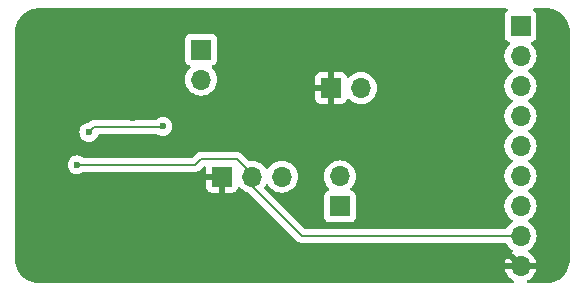
<source format=gbl>
%TF.GenerationSoftware,KiCad,Pcbnew,8.0.3*%
%TF.CreationDate,2024-06-23T18:27:21+02:00*%
%TF.ProjectId,LS018B7DH02_breakout,4c533031-3842-4374-9448-30325f627265,rev?*%
%TF.SameCoordinates,Original*%
%TF.FileFunction,Copper,L2,Bot*%
%TF.FilePolarity,Positive*%
%FSLAX46Y46*%
G04 Gerber Fmt 4.6, Leading zero omitted, Abs format (unit mm)*
G04 Created by KiCad (PCBNEW 8.0.3) date 2024-06-23 18:27:21*
%MOMM*%
%LPD*%
G01*
G04 APERTURE LIST*
%TA.AperFunction,ComponentPad*%
%ADD10R,1.700000X1.700000*%
%TD*%
%TA.AperFunction,ComponentPad*%
%ADD11O,1.700000X1.700000*%
%TD*%
%TA.AperFunction,ViaPad*%
%ADD12C,0.600000*%
%TD*%
%TA.AperFunction,Conductor*%
%ADD13C,0.500000*%
%TD*%
%TA.AperFunction,Conductor*%
%ADD14C,0.200000*%
%TD*%
G04 APERTURE END LIST*
D10*
%TO.P,J6,1,Pin_1*%
%TO.N,Net-(J1-SCS)*%
X87750000Y-85250000D03*
D11*
%TO.P,J6,2,Pin_2*%
%TO.N,Net-(J6-Pin_2)*%
X87750000Y-87790000D03*
%TD*%
D10*
%TO.P,J3,1,Pin_1*%
%TO.N,VSS*%
X89500000Y-96000000D03*
D11*
%TO.P,J3,2,Pin_2*%
%TO.N,EXTMODE_IN*%
X92040000Y-96000000D03*
%TO.P,J3,3,Pin_3*%
%TO.N,VDD*%
X94580000Y-96000000D03*
%TD*%
D10*
%TO.P,J1,1,SCLK*%
%TO.N,Net-(J1-SCLK)*%
X114789506Y-83245958D03*
D11*
%TO.P,J1,2,SI*%
%TO.N,Net-(J1-SI)*%
X114789506Y-85785958D03*
%TO.P,J1,3,SCS*%
%TO.N,Net-(J1-SCS)*%
X114789506Y-88325958D03*
%TO.P,J1,4,EXTCOMIN*%
%TO.N,EXTCOMIN_IN*%
X114789506Y-90865958D03*
%TO.P,J1,5,DISP*%
%TO.N,Net-(J1-DISP)*%
X114789506Y-93405958D03*
%TO.P,J1,6,VDDA*%
%TO.N,Net-(J1-VDDA)*%
X114789506Y-95945958D03*
%TO.P,J1,7,VDD*%
%TO.N,VDD*%
X114789506Y-98485958D03*
%TO.P,J1,8,EXTMODE*%
%TO.N,EXTMODE_IN*%
X114789506Y-101025958D03*
%TO.P,J1,9,GND*%
%TO.N,VSS*%
X114789506Y-103565958D03*
%TD*%
D10*
%TO.P,J4,1,Pin_1*%
%TO.N,VSS*%
X98750000Y-88500000D03*
D11*
%TO.P,J4,2,Pin_2*%
%TO.N,EXTCOMIN_IN*%
X101290000Y-88500000D03*
%TD*%
D10*
%TO.P,J5,1,Pin_1*%
%TO.N,VDD*%
X99500000Y-98525000D03*
D11*
%TO.P,J5,2,Pin_2*%
%TO.N,Net-(J1-VDDA)*%
X99500000Y-95985000D03*
%TD*%
D12*
%TO.N,VSS*%
X85250000Y-96000000D03*
X82000000Y-91000000D03*
X74519628Y-95136544D03*
X92250000Y-86500000D03*
X81577205Y-96577205D03*
%TO.N,EXTMODE_IN*%
X77250000Y-95000000D03*
%TO.N,EXTCOMIN_IN*%
X84500000Y-91750000D03*
X78250000Y-92250000D03*
%TD*%
D13*
%TO.N,VSS*%
X85250000Y-96000000D02*
X92000000Y-102750000D01*
X92000000Y-102750000D02*
X113973548Y-102750000D01*
X113973548Y-102750000D02*
X114789506Y-103565958D01*
D14*
%TO.N,EXTMODE_IN*%
X92040000Y-96000000D02*
X92040000Y-96790000D01*
X92040000Y-95790000D02*
X92040000Y-96000000D01*
X87250000Y-95000000D02*
X87750000Y-94500000D01*
X87750000Y-94500000D02*
X90750000Y-94500000D01*
X77250000Y-95000000D02*
X87250000Y-95000000D01*
X96250000Y-101000000D02*
X114763548Y-101000000D01*
X92040000Y-96790000D02*
X96250000Y-101000000D01*
X90750000Y-94500000D02*
X92040000Y-95790000D01*
X114763548Y-101000000D02*
X114789506Y-101025958D01*
%TO.N,EXTCOMIN_IN*%
X84422270Y-91827730D02*
X84500000Y-91750000D01*
X78250000Y-92250000D02*
X78672270Y-91827730D01*
X78672270Y-91827730D02*
X84422270Y-91827730D01*
%TD*%
%TA.AperFunction,Conductor*%
%TO.N,VSS*%
G36*
X113661043Y-81770185D02*
G01*
X113706798Y-81822989D01*
X113716742Y-81892147D01*
X113687717Y-81955703D01*
X113668315Y-81973766D01*
X113581961Y-82038410D01*
X113581958Y-82038413D01*
X113495712Y-82153622D01*
X113495708Y-82153629D01*
X113445414Y-82288475D01*
X113440866Y-82330781D01*
X113439007Y-82348081D01*
X113439006Y-82348093D01*
X113439006Y-84143828D01*
X113439007Y-84143834D01*
X113445414Y-84203441D01*
X113495708Y-84338286D01*
X113495712Y-84338293D01*
X113581958Y-84453502D01*
X113581961Y-84453505D01*
X113697170Y-84539751D01*
X113697177Y-84539755D01*
X113828587Y-84588768D01*
X113884521Y-84630639D01*
X113908938Y-84696103D01*
X113894086Y-84764376D01*
X113872936Y-84792631D01*
X113751009Y-84914558D01*
X113615471Y-85108127D01*
X113615470Y-85108129D01*
X113515604Y-85322293D01*
X113515600Y-85322302D01*
X113454444Y-85550544D01*
X113454442Y-85550554D01*
X113433847Y-85785957D01*
X113433847Y-85785958D01*
X113454442Y-86021361D01*
X113454444Y-86021371D01*
X113515600Y-86249613D01*
X113515602Y-86249617D01*
X113515603Y-86249621D01*
X113612559Y-86457544D01*
X113615471Y-86463788D01*
X113615473Y-86463792D01*
X113751007Y-86657353D01*
X113751012Y-86657360D01*
X113918103Y-86824451D01*
X113918109Y-86824456D01*
X114103664Y-86954383D01*
X114147289Y-87008960D01*
X114154483Y-87078458D01*
X114122960Y-87140813D01*
X114103664Y-87157533D01*
X113918103Y-87287463D01*
X113751011Y-87454555D01*
X113615471Y-87648127D01*
X113615470Y-87648129D01*
X113515604Y-87862293D01*
X113515600Y-87862302D01*
X113454444Y-88090544D01*
X113454442Y-88090554D01*
X113433847Y-88325957D01*
X113433847Y-88325958D01*
X113454442Y-88561361D01*
X113454444Y-88561371D01*
X113515600Y-88789613D01*
X113515602Y-88789617D01*
X113515603Y-88789621D01*
X113596933Y-88964034D01*
X113615471Y-89003788D01*
X113615473Y-89003792D01*
X113657564Y-89063903D01*
X113737339Y-89177834D01*
X113751007Y-89197353D01*
X113751012Y-89197360D01*
X113918103Y-89364451D01*
X113918109Y-89364456D01*
X114103664Y-89494383D01*
X114147289Y-89548960D01*
X114154483Y-89618458D01*
X114122960Y-89680813D01*
X114103664Y-89697533D01*
X113918103Y-89827463D01*
X113751011Y-89994555D01*
X113615471Y-90188127D01*
X113615470Y-90188129D01*
X113515604Y-90402293D01*
X113515600Y-90402302D01*
X113454444Y-90630544D01*
X113454442Y-90630554D01*
X113433847Y-90865957D01*
X113433847Y-90865958D01*
X113454442Y-91101361D01*
X113454444Y-91101371D01*
X113515600Y-91329613D01*
X113515602Y-91329617D01*
X113515603Y-91329621D01*
X113578559Y-91464630D01*
X113615471Y-91543788D01*
X113615473Y-91543792D01*
X113751007Y-91737353D01*
X113751012Y-91737360D01*
X113918103Y-91904451D01*
X113918109Y-91904456D01*
X114103664Y-92034383D01*
X114147289Y-92088960D01*
X114154483Y-92158458D01*
X114122960Y-92220813D01*
X114103664Y-92237533D01*
X113918103Y-92367463D01*
X113751011Y-92534555D01*
X113615471Y-92728127D01*
X113615470Y-92728129D01*
X113515604Y-92942293D01*
X113515600Y-92942302D01*
X113454444Y-93170544D01*
X113454442Y-93170554D01*
X113433847Y-93405957D01*
X113433847Y-93405958D01*
X113454442Y-93641361D01*
X113454444Y-93641371D01*
X113515600Y-93869613D01*
X113515602Y-93869617D01*
X113515603Y-93869621D01*
X113562112Y-93969359D01*
X113615471Y-94083788D01*
X113615473Y-94083792D01*
X113751007Y-94277353D01*
X113751012Y-94277360D01*
X113918103Y-94444451D01*
X113918109Y-94444456D01*
X114103664Y-94574383D01*
X114147289Y-94628960D01*
X114154483Y-94698458D01*
X114122960Y-94760813D01*
X114103664Y-94777533D01*
X113918103Y-94907463D01*
X113751011Y-95074555D01*
X113615471Y-95268127D01*
X113615470Y-95268129D01*
X113515604Y-95482293D01*
X113515600Y-95482302D01*
X113454444Y-95710544D01*
X113454442Y-95710554D01*
X113433847Y-95945957D01*
X113433847Y-95945958D01*
X113454442Y-96181361D01*
X113454444Y-96181371D01*
X113515600Y-96409613D01*
X113515602Y-96409617D01*
X113515603Y-96409621D01*
X113540804Y-96463664D01*
X113615471Y-96623788D01*
X113615473Y-96623792D01*
X113751007Y-96817353D01*
X113751012Y-96817360D01*
X113918103Y-96984451D01*
X113918109Y-96984456D01*
X114103664Y-97114383D01*
X114147289Y-97168960D01*
X114154483Y-97238458D01*
X114122960Y-97300813D01*
X114103664Y-97317533D01*
X113918103Y-97447463D01*
X113751011Y-97614555D01*
X113615471Y-97808127D01*
X113615470Y-97808129D01*
X113515604Y-98022293D01*
X113515600Y-98022302D01*
X113454444Y-98250544D01*
X113454442Y-98250554D01*
X113433847Y-98485957D01*
X113433847Y-98485958D01*
X113454442Y-98721361D01*
X113454444Y-98721371D01*
X113515600Y-98949613D01*
X113515602Y-98949617D01*
X113515603Y-98949621D01*
X113615471Y-99163788D01*
X113615473Y-99163792D01*
X113751007Y-99357353D01*
X113751012Y-99357360D01*
X113918103Y-99524451D01*
X113918109Y-99524456D01*
X114103664Y-99654383D01*
X114147289Y-99708960D01*
X114154483Y-99778458D01*
X114122960Y-99840813D01*
X114103664Y-99857533D01*
X113918103Y-99987463D01*
X113751011Y-100154555D01*
X113616525Y-100346623D01*
X113561948Y-100390248D01*
X113514950Y-100399500D01*
X96550097Y-100399500D01*
X96483058Y-100379815D01*
X96462416Y-100363181D01*
X93107648Y-97008413D01*
X93074163Y-96947090D01*
X93079147Y-96877398D01*
X93093754Y-96849609D01*
X93116340Y-96817353D01*
X93208426Y-96685840D01*
X93263001Y-96642217D01*
X93332499Y-96635023D01*
X93394854Y-96666546D01*
X93411574Y-96685841D01*
X93541505Y-96871401D01*
X93708599Y-97038495D01*
X93760524Y-97074853D01*
X93902165Y-97174032D01*
X93902167Y-97174033D01*
X93902170Y-97174035D01*
X94116337Y-97273903D01*
X94344592Y-97335063D01*
X94515319Y-97350000D01*
X94579999Y-97355659D01*
X94580000Y-97355659D01*
X94580001Y-97355659D01*
X94644681Y-97350000D01*
X94815408Y-97335063D01*
X95043663Y-97273903D01*
X95257830Y-97174035D01*
X95451401Y-97038495D01*
X95618495Y-96871401D01*
X95754035Y-96677830D01*
X95853903Y-96463663D01*
X95915063Y-96235408D01*
X95935659Y-96000000D01*
X95934347Y-95984999D01*
X98144341Y-95984999D01*
X98144341Y-95985000D01*
X98164936Y-96220403D01*
X98164938Y-96220413D01*
X98226094Y-96448655D01*
X98226096Y-96448659D01*
X98226097Y-96448663D01*
X98250036Y-96500000D01*
X98325965Y-96662830D01*
X98325967Y-96662834D01*
X98342077Y-96685841D01*
X98461501Y-96856396D01*
X98461506Y-96856402D01*
X98583430Y-96978326D01*
X98616915Y-97039649D01*
X98611931Y-97109341D01*
X98570059Y-97165274D01*
X98539083Y-97182189D01*
X98407669Y-97231203D01*
X98407664Y-97231206D01*
X98292455Y-97317452D01*
X98292452Y-97317455D01*
X98206206Y-97432664D01*
X98206202Y-97432671D01*
X98155908Y-97567517D01*
X98150851Y-97614557D01*
X98149501Y-97627123D01*
X98149500Y-97627135D01*
X98149500Y-99422870D01*
X98149501Y-99422876D01*
X98155908Y-99482483D01*
X98206202Y-99617328D01*
X98206206Y-99617335D01*
X98292452Y-99732544D01*
X98292455Y-99732547D01*
X98407664Y-99818793D01*
X98407671Y-99818797D01*
X98542517Y-99869091D01*
X98542516Y-99869091D01*
X98549444Y-99869835D01*
X98602127Y-99875500D01*
X100397872Y-99875499D01*
X100457483Y-99869091D01*
X100592331Y-99818796D01*
X100707546Y-99732546D01*
X100793796Y-99617331D01*
X100844091Y-99482483D01*
X100850500Y-99422873D01*
X100850499Y-97627128D01*
X100844091Y-97567517D01*
X100799312Y-97447459D01*
X100793797Y-97432671D01*
X100793793Y-97432664D01*
X100707547Y-97317455D01*
X100707544Y-97317452D01*
X100592335Y-97231206D01*
X100592328Y-97231202D01*
X100460917Y-97182189D01*
X100404983Y-97140318D01*
X100380566Y-97074853D01*
X100395418Y-97006580D01*
X100416563Y-96978332D01*
X100538495Y-96856401D01*
X100674035Y-96662830D01*
X100773903Y-96448663D01*
X100835063Y-96220408D01*
X100855659Y-95985000D01*
X100835063Y-95749592D01*
X100776396Y-95530642D01*
X100773905Y-95521344D01*
X100773904Y-95521343D01*
X100773903Y-95521337D01*
X100674035Y-95307171D01*
X100646697Y-95268127D01*
X100538494Y-95113597D01*
X100371402Y-94946506D01*
X100371395Y-94946501D01*
X100177834Y-94810967D01*
X100177830Y-94810965D01*
X100094104Y-94771923D01*
X99963663Y-94711097D01*
X99963659Y-94711096D01*
X99963655Y-94711094D01*
X99735413Y-94649938D01*
X99735403Y-94649936D01*
X99500001Y-94629341D01*
X99499999Y-94629341D01*
X99264596Y-94649936D01*
X99264586Y-94649938D01*
X99036344Y-94711094D01*
X99036335Y-94711098D01*
X98822171Y-94810964D01*
X98822169Y-94810965D01*
X98628597Y-94946505D01*
X98461505Y-95113597D01*
X98325965Y-95307169D01*
X98325964Y-95307171D01*
X98226098Y-95521335D01*
X98226094Y-95521344D01*
X98164938Y-95749586D01*
X98164936Y-95749596D01*
X98144341Y-95984999D01*
X95934347Y-95984999D01*
X95915063Y-95764592D01*
X95853903Y-95536337D01*
X95754035Y-95322171D01*
X95748425Y-95314158D01*
X95618494Y-95128597D01*
X95451402Y-94961506D01*
X95451395Y-94961501D01*
X95257834Y-94825967D01*
X95257830Y-94825965D01*
X95225660Y-94810964D01*
X95043663Y-94726097D01*
X95043659Y-94726096D01*
X95043655Y-94726094D01*
X94815413Y-94664938D01*
X94815403Y-94664936D01*
X94580001Y-94644341D01*
X94579999Y-94644341D01*
X94344596Y-94664936D01*
X94344586Y-94664938D01*
X94116344Y-94726094D01*
X94116335Y-94726098D01*
X93902171Y-94825964D01*
X93902169Y-94825965D01*
X93708597Y-94961505D01*
X93541505Y-95128597D01*
X93411575Y-95314158D01*
X93356998Y-95357783D01*
X93287500Y-95364977D01*
X93225145Y-95333454D01*
X93208425Y-95314158D01*
X93078494Y-95128597D01*
X92911402Y-94961506D01*
X92911395Y-94961501D01*
X92717834Y-94825967D01*
X92717830Y-94825965D01*
X92685660Y-94810964D01*
X92503663Y-94726097D01*
X92503659Y-94726096D01*
X92503655Y-94726094D01*
X92275413Y-94664938D01*
X92275403Y-94664936D01*
X92040001Y-94644341D01*
X92039998Y-94644341D01*
X91825025Y-94663149D01*
X91756525Y-94649382D01*
X91726537Y-94627302D01*
X91237590Y-94138355D01*
X91237588Y-94138352D01*
X91118717Y-94019481D01*
X91118716Y-94019480D01*
X91031904Y-93969360D01*
X91031904Y-93969359D01*
X91031900Y-93969358D01*
X90981785Y-93940423D01*
X90829057Y-93899499D01*
X90670943Y-93899499D01*
X90663347Y-93899499D01*
X90663331Y-93899500D01*
X87836670Y-93899500D01*
X87836654Y-93899499D01*
X87829058Y-93899499D01*
X87670943Y-93899499D01*
X87594579Y-93919961D01*
X87518214Y-93940423D01*
X87518209Y-93940426D01*
X87381290Y-94019475D01*
X87381282Y-94019481D01*
X87037584Y-94363181D01*
X86976261Y-94396666D01*
X86949903Y-94399500D01*
X77832412Y-94399500D01*
X77765373Y-94379815D01*
X77755097Y-94372445D01*
X77752263Y-94370185D01*
X77752262Y-94370184D01*
X77695496Y-94334515D01*
X77599523Y-94274211D01*
X77429254Y-94214631D01*
X77429249Y-94214630D01*
X77250004Y-94194435D01*
X77249996Y-94194435D01*
X77070750Y-94214630D01*
X77070745Y-94214631D01*
X76900476Y-94274211D01*
X76747737Y-94370184D01*
X76620184Y-94497737D01*
X76524211Y-94650476D01*
X76464631Y-94820745D01*
X76464630Y-94820750D01*
X76444435Y-94999996D01*
X76444435Y-95000003D01*
X76464630Y-95179249D01*
X76464631Y-95179254D01*
X76524211Y-95349523D01*
X76607637Y-95482293D01*
X76620184Y-95502262D01*
X76747738Y-95629816D01*
X76838080Y-95686582D01*
X76876231Y-95710554D01*
X76900478Y-95725789D01*
X77011371Y-95764592D01*
X77070745Y-95785368D01*
X77070750Y-95785369D01*
X77249996Y-95805565D01*
X77250000Y-95805565D01*
X77250004Y-95805565D01*
X77429249Y-95785369D01*
X77429252Y-95785368D01*
X77429255Y-95785368D01*
X77599522Y-95725789D01*
X77752262Y-95629816D01*
X77752267Y-95629810D01*
X77755097Y-95627555D01*
X77757275Y-95626665D01*
X77758158Y-95626111D01*
X77758255Y-95626265D01*
X77819783Y-95601145D01*
X77832412Y-95600500D01*
X87163331Y-95600500D01*
X87163347Y-95600501D01*
X87170943Y-95600501D01*
X87329054Y-95600501D01*
X87329057Y-95600501D01*
X87481785Y-95559577D01*
X87531904Y-95530639D01*
X87618716Y-95480520D01*
X87730520Y-95368716D01*
X87730521Y-95368714D01*
X87938320Y-95160915D01*
X87999642Y-95127431D01*
X88069334Y-95132415D01*
X88125267Y-95174287D01*
X88149684Y-95239751D01*
X88150000Y-95248597D01*
X88150000Y-95750000D01*
X89066988Y-95750000D01*
X89034075Y-95807007D01*
X89000000Y-95934174D01*
X89000000Y-96065826D01*
X89034075Y-96192993D01*
X89066988Y-96250000D01*
X88150000Y-96250000D01*
X88150000Y-96897844D01*
X88156401Y-96957372D01*
X88156403Y-96957379D01*
X88206645Y-97092086D01*
X88206649Y-97092093D01*
X88292809Y-97207187D01*
X88292812Y-97207190D01*
X88407906Y-97293350D01*
X88407913Y-97293354D01*
X88542620Y-97343596D01*
X88542627Y-97343598D01*
X88602155Y-97349999D01*
X88602172Y-97350000D01*
X89250000Y-97350000D01*
X89250000Y-96433012D01*
X89307007Y-96465925D01*
X89434174Y-96500000D01*
X89565826Y-96500000D01*
X89692993Y-96465925D01*
X89750000Y-96433012D01*
X89750000Y-97350000D01*
X90397828Y-97350000D01*
X90397844Y-97349999D01*
X90457372Y-97343598D01*
X90457379Y-97343596D01*
X90592086Y-97293354D01*
X90592093Y-97293350D01*
X90707187Y-97207190D01*
X90707190Y-97207187D01*
X90793350Y-97092093D01*
X90793354Y-97092086D01*
X90842422Y-96960529D01*
X90884293Y-96904595D01*
X90949757Y-96880178D01*
X91018030Y-96895030D01*
X91046285Y-96916181D01*
X91168599Y-97038495D01*
X91220524Y-97074853D01*
X91362165Y-97174032D01*
X91362167Y-97174033D01*
X91362170Y-97174035D01*
X91576337Y-97273903D01*
X91576342Y-97273904D01*
X91576346Y-97273906D01*
X91645345Y-97292393D01*
X91678564Y-97301294D01*
X91734153Y-97333388D01*
X95765139Y-101364374D01*
X95765149Y-101364385D01*
X95769479Y-101368715D01*
X95769480Y-101368716D01*
X95881284Y-101480520D01*
X95897050Y-101489622D01*
X95968095Y-101530639D01*
X95968097Y-101530641D01*
X96006151Y-101552611D01*
X96018215Y-101559577D01*
X96170943Y-101600500D01*
X96329057Y-101600500D01*
X113488311Y-101600500D01*
X113555350Y-101620185D01*
X113600691Y-101672092D01*
X113615471Y-101703788D01*
X113615474Y-101703792D01*
X113751007Y-101897353D01*
X113751012Y-101897360D01*
X113918103Y-102064451D01*
X113918109Y-102064456D01*
X114104100Y-102194688D01*
X114147725Y-102249265D01*
X114154919Y-102318763D01*
X114123396Y-102381118D01*
X114104101Y-102397838D01*
X113918428Y-102527848D01*
X113918426Y-102527849D01*
X113751397Y-102694878D01*
X113751392Y-102694884D01*
X113615906Y-102888378D01*
X113615905Y-102888380D01*
X113516076Y-103102465D01*
X113516073Y-103102471D01*
X113458870Y-103315957D01*
X113458870Y-103315958D01*
X114356494Y-103315958D01*
X114323581Y-103372965D01*
X114289506Y-103500132D01*
X114289506Y-103631784D01*
X114323581Y-103758951D01*
X114356494Y-103815958D01*
X113458870Y-103815958D01*
X113516073Y-104029444D01*
X113516076Y-104029450D01*
X113615905Y-104243536D01*
X113751400Y-104437040D01*
X113918423Y-104604063D01*
X114111927Y-104739558D01*
X114162452Y-104763118D01*
X114214891Y-104809290D01*
X114234043Y-104876484D01*
X114213827Y-104943365D01*
X114160662Y-104988700D01*
X114110047Y-104999500D01*
X74004067Y-104999500D01*
X73995957Y-104999235D01*
X73747116Y-104982925D01*
X73731035Y-104980807D01*
X73490464Y-104932954D01*
X73474797Y-104928756D01*
X73242520Y-104849909D01*
X73227534Y-104843702D01*
X73007539Y-104735212D01*
X72993492Y-104727102D01*
X72789539Y-104590825D01*
X72776671Y-104580951D01*
X72592250Y-104419218D01*
X72580781Y-104407749D01*
X72419048Y-104223328D01*
X72409174Y-104210460D01*
X72272897Y-104006507D01*
X72264787Y-103992460D01*
X72251766Y-103966057D01*
X72156294Y-103772458D01*
X72150090Y-103757479D01*
X72071243Y-103525202D01*
X72067045Y-103509535D01*
X72059186Y-103470026D01*
X72019190Y-103268953D01*
X72017075Y-103252895D01*
X72000765Y-103004043D01*
X72000500Y-102995933D01*
X72000500Y-92249996D01*
X77444435Y-92249996D01*
X77444435Y-92250003D01*
X77464630Y-92429249D01*
X77464631Y-92429254D01*
X77524211Y-92599523D01*
X77605019Y-92728127D01*
X77620184Y-92752262D01*
X77747738Y-92879816D01*
X77900478Y-92975789D01*
X78070745Y-93035368D01*
X78070750Y-93035369D01*
X78249996Y-93055565D01*
X78250000Y-93055565D01*
X78250004Y-93055565D01*
X78429249Y-93035369D01*
X78429252Y-93035368D01*
X78429255Y-93035368D01*
X78599522Y-92975789D01*
X78752262Y-92879816D01*
X78879816Y-92752262D01*
X78975789Y-92599522D01*
X79006668Y-92511274D01*
X79047388Y-92454500D01*
X79112341Y-92428752D01*
X79123709Y-92428230D01*
X84039064Y-92428230D01*
X84105036Y-92447236D01*
X84150477Y-92475789D01*
X84150481Y-92475790D01*
X84320737Y-92535366D01*
X84320743Y-92535367D01*
X84320745Y-92535368D01*
X84320746Y-92535368D01*
X84320750Y-92535369D01*
X84499996Y-92555565D01*
X84500000Y-92555565D01*
X84500004Y-92555565D01*
X84679249Y-92535369D01*
X84679252Y-92535368D01*
X84679255Y-92535368D01*
X84849522Y-92475789D01*
X85002262Y-92379816D01*
X85129816Y-92252262D01*
X85225789Y-92099522D01*
X85285368Y-91929255D01*
X85288162Y-91904456D01*
X85305565Y-91750003D01*
X85305565Y-91749996D01*
X85285369Y-91570750D01*
X85285368Y-91570745D01*
X85244810Y-91454837D01*
X85225789Y-91400478D01*
X85192318Y-91347210D01*
X85181267Y-91329621D01*
X85129816Y-91247738D01*
X85002262Y-91120184D01*
X84849523Y-91024211D01*
X84679254Y-90964631D01*
X84679249Y-90964630D01*
X84500004Y-90944435D01*
X84499996Y-90944435D01*
X84320750Y-90964630D01*
X84320745Y-90964631D01*
X84150476Y-91024211D01*
X83997737Y-91120184D01*
X83927011Y-91190911D01*
X83865688Y-91224396D01*
X83839330Y-91227230D01*
X78758939Y-91227230D01*
X78758923Y-91227229D01*
X78751327Y-91227229D01*
X78593213Y-91227229D01*
X78516674Y-91247738D01*
X78440480Y-91268154D01*
X78440479Y-91268155D01*
X78390366Y-91297089D01*
X78390365Y-91297090D01*
X78358587Y-91315436D01*
X78303551Y-91347211D01*
X78231462Y-91419299D01*
X78170139Y-91452784D01*
X78157666Y-91454837D01*
X78070750Y-91464630D01*
X77900478Y-91524210D01*
X77747737Y-91620184D01*
X77620184Y-91747737D01*
X77524211Y-91900476D01*
X77464631Y-92070745D01*
X77464630Y-92070750D01*
X77444435Y-92249996D01*
X72000500Y-92249996D01*
X72000500Y-87789999D01*
X86394341Y-87789999D01*
X86394341Y-87790000D01*
X86414936Y-88025403D01*
X86414938Y-88025413D01*
X86476094Y-88253655D01*
X86476096Y-88253659D01*
X86476097Y-88253663D01*
X86509809Y-88325958D01*
X86575965Y-88467830D01*
X86575967Y-88467834D01*
X86684281Y-88622521D01*
X86711505Y-88661401D01*
X86878599Y-88828495D01*
X86975384Y-88896265D01*
X87072165Y-88964032D01*
X87072167Y-88964033D01*
X87072170Y-88964035D01*
X87286337Y-89063903D01*
X87514592Y-89125063D01*
X87702918Y-89141539D01*
X87749999Y-89145659D01*
X87750000Y-89145659D01*
X87750001Y-89145659D01*
X87789234Y-89142226D01*
X87985408Y-89125063D01*
X88213663Y-89063903D01*
X88427830Y-88964035D01*
X88621401Y-88828495D01*
X88788495Y-88661401D01*
X88924035Y-88467830D01*
X89023903Y-88253663D01*
X89085063Y-88025408D01*
X89105659Y-87790000D01*
X89089224Y-87602155D01*
X97400000Y-87602155D01*
X97400000Y-88250000D01*
X98316988Y-88250000D01*
X98284075Y-88307007D01*
X98250000Y-88434174D01*
X98250000Y-88565826D01*
X98284075Y-88692993D01*
X98316988Y-88750000D01*
X97400000Y-88750000D01*
X97400000Y-89397844D01*
X97406401Y-89457372D01*
X97406403Y-89457379D01*
X97456645Y-89592086D01*
X97456649Y-89592093D01*
X97542809Y-89707187D01*
X97542812Y-89707190D01*
X97657906Y-89793350D01*
X97657913Y-89793354D01*
X97792620Y-89843596D01*
X97792627Y-89843598D01*
X97852155Y-89849999D01*
X97852172Y-89850000D01*
X98500000Y-89850000D01*
X98500000Y-88933012D01*
X98557007Y-88965925D01*
X98684174Y-89000000D01*
X98815826Y-89000000D01*
X98942993Y-88965925D01*
X99000000Y-88933012D01*
X99000000Y-89850000D01*
X99647828Y-89850000D01*
X99647844Y-89849999D01*
X99707372Y-89843598D01*
X99707379Y-89843596D01*
X99842086Y-89793354D01*
X99842093Y-89793350D01*
X99957187Y-89707190D01*
X99957190Y-89707187D01*
X100043350Y-89592093D01*
X100043354Y-89592086D01*
X100092422Y-89460529D01*
X100134293Y-89404595D01*
X100199757Y-89380178D01*
X100268030Y-89395030D01*
X100296285Y-89416181D01*
X100418599Y-89538495D01*
X100495135Y-89592086D01*
X100612165Y-89674032D01*
X100612167Y-89674033D01*
X100612170Y-89674035D01*
X100826337Y-89773903D01*
X101054592Y-89835063D01*
X101225319Y-89850000D01*
X101289999Y-89855659D01*
X101290000Y-89855659D01*
X101290001Y-89855659D01*
X101354681Y-89850000D01*
X101525408Y-89835063D01*
X101753663Y-89773903D01*
X101967830Y-89674035D01*
X102161401Y-89538495D01*
X102328495Y-89371401D01*
X102464035Y-89177830D01*
X102563903Y-88963663D01*
X102625063Y-88735408D01*
X102645659Y-88500000D01*
X102625063Y-88264592D01*
X102563903Y-88036337D01*
X102464035Y-87822171D01*
X102328495Y-87628599D01*
X102328494Y-87628597D01*
X102161402Y-87461506D01*
X102161395Y-87461501D01*
X101967834Y-87325967D01*
X101967830Y-87325965D01*
X101896727Y-87292809D01*
X101753663Y-87226097D01*
X101753659Y-87226096D01*
X101753655Y-87226094D01*
X101525413Y-87164938D01*
X101525403Y-87164936D01*
X101290001Y-87144341D01*
X101289999Y-87144341D01*
X101054596Y-87164936D01*
X101054586Y-87164938D01*
X100826344Y-87226094D01*
X100826335Y-87226098D01*
X100612171Y-87325964D01*
X100612169Y-87325965D01*
X100418600Y-87461503D01*
X100296284Y-87583819D01*
X100234961Y-87617303D01*
X100165269Y-87612319D01*
X100109336Y-87570447D01*
X100092421Y-87539470D01*
X100043354Y-87407913D01*
X100043350Y-87407906D01*
X99957190Y-87292812D01*
X99957187Y-87292809D01*
X99842093Y-87206649D01*
X99842086Y-87206645D01*
X99707379Y-87156403D01*
X99707372Y-87156401D01*
X99647844Y-87150000D01*
X99000000Y-87150000D01*
X99000000Y-88066988D01*
X98942993Y-88034075D01*
X98815826Y-88000000D01*
X98684174Y-88000000D01*
X98557007Y-88034075D01*
X98500000Y-88066988D01*
X98500000Y-87150000D01*
X97852155Y-87150000D01*
X97792627Y-87156401D01*
X97792620Y-87156403D01*
X97657913Y-87206645D01*
X97657906Y-87206649D01*
X97542812Y-87292809D01*
X97542809Y-87292812D01*
X97456649Y-87407906D01*
X97456645Y-87407913D01*
X97406403Y-87542620D01*
X97406401Y-87542627D01*
X97400000Y-87602155D01*
X89089224Y-87602155D01*
X89085063Y-87554592D01*
X89023903Y-87326337D01*
X88924035Y-87112171D01*
X88884674Y-87055958D01*
X88788496Y-86918600D01*
X88788495Y-86918599D01*
X88666567Y-86796671D01*
X88633084Y-86735351D01*
X88638068Y-86665659D01*
X88679939Y-86609725D01*
X88710915Y-86592810D01*
X88842331Y-86543796D01*
X88957546Y-86457546D01*
X89043796Y-86342331D01*
X89094091Y-86207483D01*
X89100500Y-86147873D01*
X89100499Y-84352128D01*
X89094091Y-84292517D01*
X89060867Y-84203440D01*
X89043797Y-84157671D01*
X89043793Y-84157664D01*
X88957547Y-84042455D01*
X88957544Y-84042452D01*
X88842335Y-83956206D01*
X88842328Y-83956202D01*
X88707482Y-83905908D01*
X88707483Y-83905908D01*
X88647883Y-83899501D01*
X88647881Y-83899500D01*
X88647873Y-83899500D01*
X88647864Y-83899500D01*
X86852129Y-83899500D01*
X86852123Y-83899501D01*
X86792516Y-83905908D01*
X86657671Y-83956202D01*
X86657664Y-83956206D01*
X86542455Y-84042452D01*
X86542452Y-84042455D01*
X86456206Y-84157664D01*
X86456202Y-84157671D01*
X86405908Y-84292517D01*
X86400987Y-84338293D01*
X86399501Y-84352123D01*
X86399500Y-84352135D01*
X86399500Y-86147870D01*
X86399501Y-86147876D01*
X86405908Y-86207483D01*
X86456202Y-86342328D01*
X86456206Y-86342335D01*
X86542452Y-86457544D01*
X86542455Y-86457547D01*
X86657664Y-86543793D01*
X86657671Y-86543797D01*
X86789081Y-86592810D01*
X86845015Y-86634681D01*
X86869432Y-86700145D01*
X86854580Y-86768418D01*
X86833430Y-86796673D01*
X86711503Y-86918600D01*
X86575965Y-87112169D01*
X86575964Y-87112171D01*
X86494226Y-87287459D01*
X86476271Y-87325965D01*
X86476098Y-87326335D01*
X86476094Y-87326344D01*
X86414938Y-87554586D01*
X86414936Y-87554596D01*
X86394341Y-87789999D01*
X72000500Y-87789999D01*
X72000500Y-83754066D01*
X72000765Y-83745956D01*
X72004819Y-83684108D01*
X72017075Y-83497102D01*
X72019190Y-83481048D01*
X72067045Y-83240462D01*
X72071243Y-83224797D01*
X72094337Y-83156762D01*
X72150093Y-82992512D01*
X72156291Y-82977547D01*
X72264790Y-82757533D01*
X72272893Y-82743498D01*
X72409182Y-82539527D01*
X72419039Y-82526681D01*
X72580786Y-82342244D01*
X72592244Y-82330786D01*
X72776681Y-82169039D01*
X72789527Y-82159182D01*
X72993498Y-82022893D01*
X73007533Y-82014790D01*
X73227547Y-81906291D01*
X73242512Y-81900093D01*
X73469653Y-81822989D01*
X73474797Y-81821243D01*
X73490464Y-81817045D01*
X73731048Y-81769190D01*
X73747102Y-81767075D01*
X73995957Y-81750765D01*
X74004067Y-81750500D01*
X74065892Y-81750500D01*
X113594004Y-81750500D01*
X113661043Y-81770185D01*
G37*
%TD.AperFunction*%
%TA.AperFunction,Conductor*%
G36*
X117004043Y-81750765D02*
G01*
X117252895Y-81767075D01*
X117268953Y-81769190D01*
X117476105Y-81810395D01*
X117509535Y-81817045D01*
X117525202Y-81821243D01*
X117694947Y-81878863D01*
X117757481Y-81900091D01*
X117772458Y-81906294D01*
X117909278Y-81973766D01*
X117992460Y-82014787D01*
X118006508Y-82022897D01*
X118210464Y-82159177D01*
X118223328Y-82169048D01*
X118407749Y-82330781D01*
X118419218Y-82342250D01*
X118580951Y-82526671D01*
X118590825Y-82539539D01*
X118727102Y-82743492D01*
X118735212Y-82757539D01*
X118843702Y-82977534D01*
X118849909Y-82992520D01*
X118928756Y-83224797D01*
X118932954Y-83240464D01*
X118980807Y-83481035D01*
X118982925Y-83497116D01*
X118999235Y-83745956D01*
X118999500Y-83754066D01*
X118999500Y-102995933D01*
X118999235Y-103004043D01*
X118982925Y-103252883D01*
X118980807Y-103268964D01*
X118932954Y-103509535D01*
X118928756Y-103525202D01*
X118849909Y-103757479D01*
X118843702Y-103772465D01*
X118735212Y-103992460D01*
X118727102Y-104006507D01*
X118590825Y-104210460D01*
X118580951Y-104223328D01*
X118419218Y-104407749D01*
X118407749Y-104419218D01*
X118223328Y-104580951D01*
X118210460Y-104590825D01*
X118006507Y-104727102D01*
X117992460Y-104735212D01*
X117772465Y-104843702D01*
X117757479Y-104849909D01*
X117525202Y-104928756D01*
X117509535Y-104932954D01*
X117268964Y-104980807D01*
X117252883Y-104982925D01*
X117004043Y-104999235D01*
X116995933Y-104999500D01*
X115468965Y-104999500D01*
X115401926Y-104979815D01*
X115356171Y-104927011D01*
X115346227Y-104857853D01*
X115375252Y-104794297D01*
X115416560Y-104763118D01*
X115467084Y-104739558D01*
X115660588Y-104604063D01*
X115827611Y-104437040D01*
X115963106Y-104243536D01*
X116062935Y-104029450D01*
X116062938Y-104029444D01*
X116120142Y-103815958D01*
X115222518Y-103815958D01*
X115255431Y-103758951D01*
X115289506Y-103631784D01*
X115289506Y-103500132D01*
X115255431Y-103372965D01*
X115222518Y-103315958D01*
X116120142Y-103315958D01*
X116120141Y-103315957D01*
X116062938Y-103102471D01*
X116062935Y-103102465D01*
X115963106Y-102888380D01*
X115963105Y-102888378D01*
X115827619Y-102694884D01*
X115827614Y-102694878D01*
X115660584Y-102527848D01*
X115474911Y-102397837D01*
X115431286Y-102343260D01*
X115424094Y-102273762D01*
X115455616Y-102211407D01*
X115474912Y-102194688D01*
X115660907Y-102064453D01*
X115828001Y-101897359D01*
X115963541Y-101703788D01*
X116063409Y-101489621D01*
X116124569Y-101261366D01*
X116145165Y-101025958D01*
X116124569Y-100790550D01*
X116063409Y-100562295D01*
X115963541Y-100348129D01*
X115962487Y-100346623D01*
X115828000Y-100154555D01*
X115660908Y-99987464D01*
X115660902Y-99987459D01*
X115475348Y-99857533D01*
X115431723Y-99802956D01*
X115424529Y-99733458D01*
X115456052Y-99671103D01*
X115475348Y-99654383D01*
X115528258Y-99617335D01*
X115660907Y-99524453D01*
X115828001Y-99357359D01*
X115963541Y-99163788D01*
X116063409Y-98949621D01*
X116124569Y-98721366D01*
X116145165Y-98485958D01*
X116124569Y-98250550D01*
X116063409Y-98022295D01*
X115963541Y-97808129D01*
X115836809Y-97627135D01*
X115828000Y-97614555D01*
X115660908Y-97447464D01*
X115660902Y-97447459D01*
X115475348Y-97317533D01*
X115431723Y-97262956D01*
X115424529Y-97193458D01*
X115456052Y-97131103D01*
X115475348Y-97114383D01*
X115507191Y-97092086D01*
X115660907Y-96984453D01*
X115828001Y-96817359D01*
X115963541Y-96623788D01*
X116063409Y-96409621D01*
X116124569Y-96181366D01*
X116145165Y-95945958D01*
X116124569Y-95710550D01*
X116063409Y-95482295D01*
X115963541Y-95268129D01*
X115901311Y-95179254D01*
X115828000Y-95074555D01*
X115660908Y-94907464D01*
X115660902Y-94907459D01*
X115475348Y-94777533D01*
X115431723Y-94722956D01*
X115424529Y-94653458D01*
X115456052Y-94591103D01*
X115475348Y-94574383D01*
X115584808Y-94497738D01*
X115660907Y-94444453D01*
X115828001Y-94277359D01*
X115963541Y-94083788D01*
X116063409Y-93869621D01*
X116124569Y-93641366D01*
X116145165Y-93405958D01*
X116124569Y-93170550D01*
X116063409Y-92942295D01*
X115963541Y-92728129D01*
X115873491Y-92599523D01*
X115828000Y-92534555D01*
X115660908Y-92367464D01*
X115660902Y-92367459D01*
X115475348Y-92237533D01*
X115431723Y-92182956D01*
X115424529Y-92113458D01*
X115456052Y-92051103D01*
X115475348Y-92034383D01*
X115625486Y-91929255D01*
X115660907Y-91904453D01*
X115828001Y-91737359D01*
X115963541Y-91543788D01*
X116063409Y-91329621D01*
X116124569Y-91101366D01*
X116145165Y-90865958D01*
X116124569Y-90630550D01*
X116063409Y-90402295D01*
X115963541Y-90188129D01*
X115828001Y-89994557D01*
X115828000Y-89994555D01*
X115660908Y-89827464D01*
X115660902Y-89827459D01*
X115475348Y-89697533D01*
X115431723Y-89642956D01*
X115424529Y-89573458D01*
X115456052Y-89511103D01*
X115475348Y-89494383D01*
X115528205Y-89457372D01*
X115660907Y-89364453D01*
X115828001Y-89197359D01*
X115963541Y-89003788D01*
X116063409Y-88789621D01*
X116124569Y-88561366D01*
X116145165Y-88325958D01*
X116124569Y-88090550D01*
X116063409Y-87862295D01*
X115963541Y-87648129D01*
X115941957Y-87617303D01*
X115828000Y-87454555D01*
X115660908Y-87287464D01*
X115660902Y-87287459D01*
X115475348Y-87157533D01*
X115431723Y-87102956D01*
X115424529Y-87033458D01*
X115456052Y-86971103D01*
X115475348Y-86954383D01*
X115526453Y-86918599D01*
X115660907Y-86824453D01*
X115828001Y-86657359D01*
X115963541Y-86463788D01*
X116063409Y-86249621D01*
X116124569Y-86021366D01*
X116145165Y-85785958D01*
X116124569Y-85550550D01*
X116063409Y-85322295D01*
X115963541Y-85108129D01*
X115828001Y-84914557D01*
X115706073Y-84792629D01*
X115672590Y-84731309D01*
X115677574Y-84661617D01*
X115719445Y-84605683D01*
X115750421Y-84588768D01*
X115881837Y-84539754D01*
X115997052Y-84453504D01*
X116083302Y-84338289D01*
X116133597Y-84203441D01*
X116140006Y-84143831D01*
X116140005Y-82348086D01*
X116133597Y-82288475D01*
X116087055Y-82163690D01*
X116083303Y-82153629D01*
X116083299Y-82153622D01*
X115997053Y-82038413D01*
X115997050Y-82038410D01*
X115910697Y-81973766D01*
X115868826Y-81917833D01*
X115863842Y-81848141D01*
X115897327Y-81786818D01*
X115958651Y-81753334D01*
X115985008Y-81750500D01*
X116934108Y-81750500D01*
X116995933Y-81750500D01*
X117004043Y-81750765D01*
G37*
%TD.AperFunction*%
%TD*%
M02*

</source>
